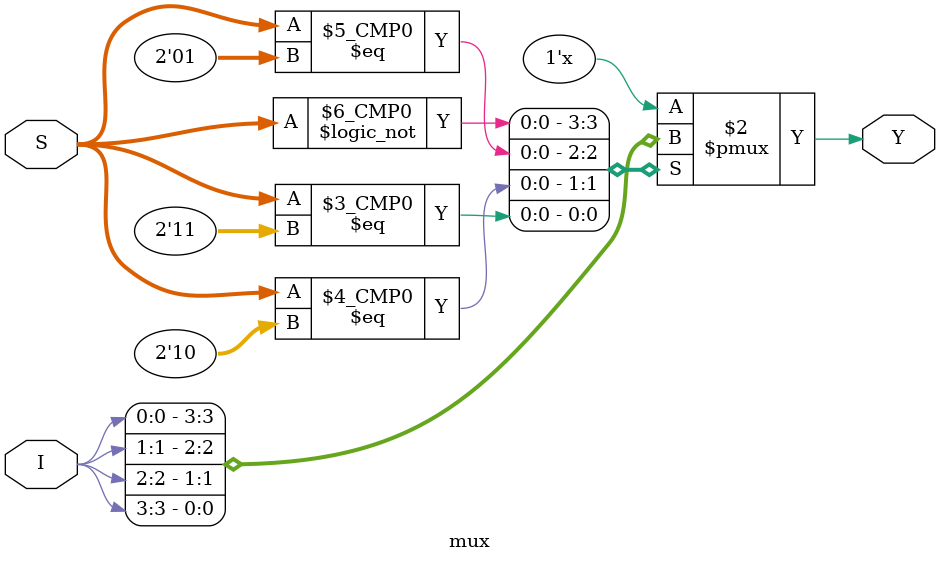
<source format=v>
`timescale 1ns / 1ps
module mux( 
    input [3:0] I,
    input [1:0] S,
    output Y
    );


reg Y;

always @(S, I)
      case (S)
         2'd0: Y = I[0];
         2'd1: Y = I[1];
         2'd2: Y = I[2];
         2'd3: Y = I[3];
			
			default : Y = I[0];
      endcase

endmodule

</source>
